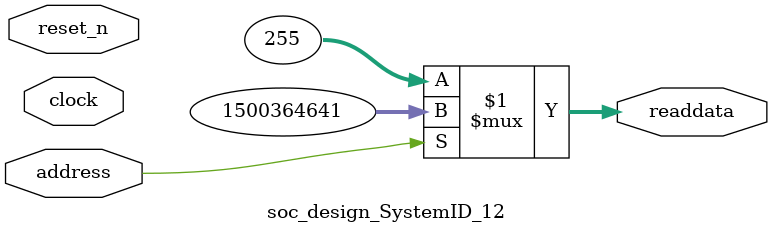
<source format=v>
module soc_design_SystemID_12 (
                address,
                clock,
                reset_n,
                readdata
             )
;
  output  [ 31: 0] readdata;
  input            address;
  input            clock;
  input            reset_n;
  wire    [ 31: 0] readdata;
  assign readdata = address ? 1500364641 : 255;
endmodule
</source>
